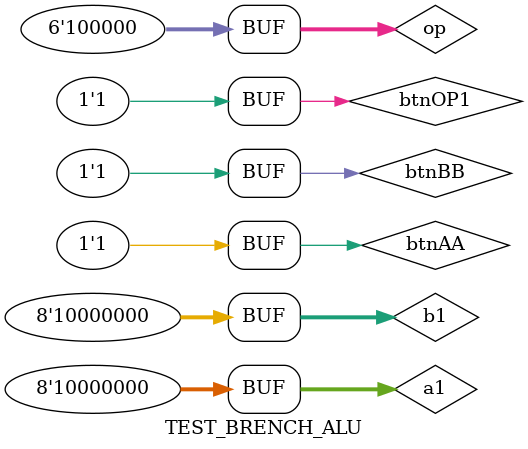
<source format=v>
`timescale 1ns / 1ps


module TEST_BRENCH_ALU(

    );


    localparam ADD  =    6'b100000;
    localparam SUB  =    6'b100010;
    localparam AND  =    6'b100100;
    localparam OR   =    6'b100101;
    localparam XOR  =    6'b100110;
    localparam SRA  =    6'b000011;
    localparam SRL  =    6'b000010;
    localparam NOR  =    6'b100111;
    localparam MY_SIZE = 8;
    reg [7:0] a1 ;
    reg [7:0] b1 ;
    reg btnAA ;
    reg btnBB ;
    reg btnOP1 ;
    reg  [5:0] op;
    wire  signed [8:0]  res;
    wire  carry;
    
    ALU #( .SIZE(MY_SIZE) ) myAlu
   (a1,b1,op,btnAA,btnBB, btnOP1,res,carry);
     
    
    
    initial
    begin
        
        a1 = 8'b00000111;
        b1 = 8'b00000010;
        btnAA = 1'b0;
        btnBB = 1'b1;
        btnOP1 = 1'b1;
        op = ADD;
        #20;
        btnAA = 1;
        #20;
        btnAA = 0;
        a1 = 8'b0000010;
        btnAA = 1;
        #20
        op = SUB;
        b1=8'b00001000;
        #20
        b1=8'b10000000;
        a1=8'b10000000;
        op = ADD;

        
    end

endmodule

</source>
